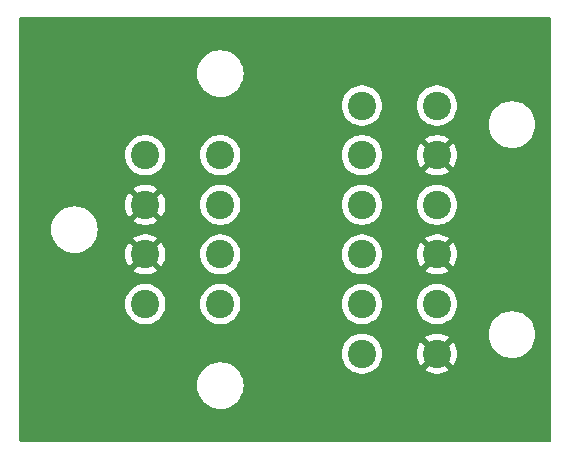
<source format=gbl>
G04 #@! TF.GenerationSoftware,KiCad,Pcbnew,7.0.8*
G04 #@! TF.CreationDate,2023-12-02T16:30:47-07:00*
G04 #@! TF.ProjectId,cansplitter,63616e73-706c-4697-9474-65722e6b6963,rev?*
G04 #@! TF.SameCoordinates,Original*
G04 #@! TF.FileFunction,Copper,L2,Bot*
G04 #@! TF.FilePolarity,Positive*
%FSLAX46Y46*%
G04 Gerber Fmt 4.6, Leading zero omitted, Abs format (unit mm)*
G04 Created by KiCad (PCBNEW 7.0.8) date 2023-12-02 16:30:47*
%MOMM*%
%LPD*%
G01*
G04 APERTURE LIST*
G04 #@! TA.AperFunction,ComponentPad*
%ADD10C,2.400000*%
G04 #@! TD*
G04 #@! TA.AperFunction,ViaPad*
%ADD11C,1.000000*%
G04 #@! TD*
G04 APERTURE END LIST*
D10*
X142000000Y-86300000D03*
X142000000Y-82100000D03*
X142000000Y-77900000D03*
X142000000Y-73700000D03*
X135650000Y-73700000D03*
X135650000Y-77900000D03*
X135650000Y-82100000D03*
X135650000Y-86300000D03*
X154000000Y-69500000D03*
X154000000Y-73700000D03*
X154000000Y-77900000D03*
X154000000Y-82100000D03*
X154000000Y-86300000D03*
X154000000Y-90500000D03*
X160350000Y-90500000D03*
X160350000Y-86300000D03*
X160350000Y-82100000D03*
X160350000Y-77900000D03*
X160350000Y-73700000D03*
X160350000Y-69500000D03*
D11*
X150600000Y-95700000D03*
G04 #@! TA.AperFunction,Conductor*
G36*
X169942539Y-62020185D02*
G01*
X169988294Y-62072989D01*
X169999500Y-62124500D01*
X169999500Y-97875500D01*
X169979815Y-97942539D01*
X169927011Y-97988294D01*
X169875500Y-97999500D01*
X125124500Y-97999500D01*
X125057461Y-97979815D01*
X125011706Y-97927011D01*
X125000500Y-97875500D01*
X125000500Y-93210001D01*
X140029479Y-93210001D01*
X140049536Y-93490439D01*
X140109297Y-93765153D01*
X140109299Y-93765160D01*
X140170302Y-93928716D01*
X140207551Y-94028585D01*
X140207553Y-94028589D01*
X140342288Y-94275338D01*
X140342293Y-94275346D01*
X140510773Y-94500409D01*
X140510789Y-94500427D01*
X140709572Y-94699210D01*
X140709590Y-94699226D01*
X140934653Y-94867706D01*
X140934661Y-94867711D01*
X141181410Y-95002446D01*
X141181414Y-95002448D01*
X141181416Y-95002449D01*
X141444840Y-95100701D01*
X141582203Y-95130582D01*
X141719560Y-95160463D01*
X141719562Y-95160463D01*
X141719566Y-95160464D01*
X141929797Y-95175500D01*
X142070203Y-95175500D01*
X142280434Y-95160464D01*
X142555160Y-95100701D01*
X142818584Y-95002449D01*
X143065344Y-94867708D01*
X143290417Y-94699220D01*
X143489220Y-94500417D01*
X143657708Y-94275344D01*
X143792449Y-94028584D01*
X143890701Y-93765160D01*
X143950464Y-93490434D01*
X143970521Y-93210000D01*
X143950464Y-92929566D01*
X143890701Y-92654840D01*
X143792449Y-92391416D01*
X143657708Y-92144656D01*
X143657706Y-92144653D01*
X143489226Y-91919590D01*
X143489210Y-91919572D01*
X143290427Y-91720789D01*
X143290409Y-91720773D01*
X143065346Y-91552293D01*
X143065338Y-91552288D01*
X142818589Y-91417553D01*
X142818585Y-91417551D01*
X142718716Y-91380302D01*
X142555160Y-91319299D01*
X142555156Y-91319298D01*
X142555153Y-91319297D01*
X142280439Y-91259536D01*
X142070203Y-91244500D01*
X141929797Y-91244500D01*
X141719560Y-91259536D01*
X141444846Y-91319297D01*
X141444841Y-91319298D01*
X141444840Y-91319299D01*
X141381151Y-91343053D01*
X141181414Y-91417551D01*
X141181410Y-91417553D01*
X140934661Y-91552288D01*
X140934653Y-91552293D01*
X140709590Y-91720773D01*
X140709572Y-91720789D01*
X140510789Y-91919572D01*
X140510773Y-91919590D01*
X140342293Y-92144653D01*
X140342288Y-92144661D01*
X140207553Y-92391410D01*
X140207551Y-92391414D01*
X140109297Y-92654846D01*
X140049536Y-92929560D01*
X140029479Y-93209998D01*
X140029479Y-93210001D01*
X125000500Y-93210001D01*
X125000500Y-90500004D01*
X152294732Y-90500004D01*
X152313777Y-90754154D01*
X152336464Y-90853553D01*
X152370492Y-91002637D01*
X152463607Y-91239888D01*
X152591041Y-91460612D01*
X152749950Y-91659877D01*
X152936783Y-91833232D01*
X153147366Y-91976805D01*
X153147371Y-91976807D01*
X153147372Y-91976808D01*
X153147373Y-91976809D01*
X153269328Y-92035538D01*
X153376992Y-92087387D01*
X153376993Y-92087387D01*
X153376996Y-92087389D01*
X153620542Y-92162513D01*
X153872565Y-92200500D01*
X154127435Y-92200500D01*
X154379458Y-92162513D01*
X154623004Y-92087389D01*
X154852634Y-91976805D01*
X155063217Y-91833232D01*
X155250050Y-91659877D01*
X155408959Y-91460612D01*
X155536393Y-91239888D01*
X155629508Y-91002637D01*
X155686222Y-90754157D01*
X155705268Y-90500004D01*
X158645233Y-90500004D01*
X158664273Y-90754079D01*
X158720968Y-91002477D01*
X158720973Y-91002494D01*
X158814058Y-91239671D01*
X158814057Y-91239671D01*
X158941457Y-91460332D01*
X158983452Y-91512993D01*
X158983453Y-91512993D01*
X159787226Y-90709219D01*
X159825901Y-90802588D01*
X159922075Y-90927925D01*
X160047412Y-91024099D01*
X160140779Y-91062772D01*
X159336813Y-91866737D01*
X159497623Y-91976375D01*
X159497624Y-91976376D01*
X159727176Y-92086921D01*
X159727174Y-92086921D01*
X159970652Y-92162024D01*
X159970658Y-92162026D01*
X160222595Y-92199999D01*
X160222604Y-92200000D01*
X160477396Y-92200000D01*
X160477404Y-92199999D01*
X160729341Y-92162026D01*
X160729347Y-92162024D01*
X160972824Y-92086921D01*
X161202381Y-91976373D01*
X161363185Y-91866737D01*
X160559220Y-91062772D01*
X160652588Y-91024099D01*
X160777925Y-90927925D01*
X160874099Y-90802589D01*
X160912773Y-90709220D01*
X161716545Y-91512993D01*
X161758545Y-91460327D01*
X161885941Y-91239671D01*
X161979026Y-91002494D01*
X161979031Y-91002477D01*
X162035726Y-90754079D01*
X162054767Y-90500004D01*
X162054767Y-90499995D01*
X162035726Y-90245920D01*
X161979031Y-89997522D01*
X161979026Y-89997505D01*
X161885941Y-89760328D01*
X161885942Y-89760328D01*
X161758544Y-89539671D01*
X161716546Y-89487006D01*
X160912772Y-90290779D01*
X160874099Y-90197412D01*
X160777925Y-90072075D01*
X160652588Y-89975901D01*
X160559220Y-89937227D01*
X161363185Y-89133261D01*
X161202377Y-89023624D01*
X161202376Y-89023623D01*
X160972823Y-88913078D01*
X160972825Y-88913078D01*
X160898011Y-88890001D01*
X164729479Y-88890001D01*
X164749536Y-89170439D01*
X164809297Y-89445153D01*
X164809299Y-89445160D01*
X164844550Y-89539671D01*
X164907551Y-89708585D01*
X164907553Y-89708589D01*
X165042288Y-89955338D01*
X165042293Y-89955346D01*
X165210773Y-90180409D01*
X165210789Y-90180427D01*
X165409572Y-90379210D01*
X165409590Y-90379226D01*
X165634653Y-90547706D01*
X165634661Y-90547711D01*
X165881410Y-90682446D01*
X165881414Y-90682448D01*
X165881416Y-90682449D01*
X166144840Y-90780701D01*
X166282203Y-90810582D01*
X166419560Y-90840463D01*
X166419562Y-90840463D01*
X166419566Y-90840464D01*
X166629797Y-90855500D01*
X166770203Y-90855500D01*
X166980434Y-90840464D01*
X167255160Y-90780701D01*
X167518584Y-90682449D01*
X167765344Y-90547708D01*
X167990417Y-90379220D01*
X168189220Y-90180417D01*
X168357708Y-89955344D01*
X168492449Y-89708584D01*
X168590701Y-89445160D01*
X168650464Y-89170434D01*
X168670521Y-88890000D01*
X168650464Y-88609566D01*
X168590701Y-88334840D01*
X168492449Y-88071416D01*
X168453725Y-88000499D01*
X168357711Y-87824661D01*
X168357706Y-87824653D01*
X168189226Y-87599590D01*
X168189210Y-87599572D01*
X167990427Y-87400789D01*
X167990409Y-87400773D01*
X167765346Y-87232293D01*
X167765338Y-87232288D01*
X167518589Y-87097553D01*
X167518585Y-87097551D01*
X167418716Y-87060302D01*
X167255160Y-86999299D01*
X167255156Y-86999298D01*
X167255153Y-86999297D01*
X166980439Y-86939536D01*
X166770203Y-86924500D01*
X166629797Y-86924500D01*
X166419560Y-86939536D01*
X166144846Y-86999297D01*
X166144841Y-86999298D01*
X166144840Y-86999299D01*
X166081151Y-87023053D01*
X165881414Y-87097551D01*
X165881410Y-87097553D01*
X165634661Y-87232288D01*
X165634653Y-87232293D01*
X165409590Y-87400773D01*
X165409572Y-87400789D01*
X165210789Y-87599572D01*
X165210773Y-87599590D01*
X165042293Y-87824653D01*
X165042288Y-87824661D01*
X164907553Y-88071410D01*
X164907551Y-88071414D01*
X164809297Y-88334846D01*
X164749536Y-88609560D01*
X164729479Y-88889998D01*
X164729479Y-88890001D01*
X160898011Y-88890001D01*
X160729347Y-88837975D01*
X160729341Y-88837973D01*
X160477404Y-88800000D01*
X160222595Y-88800000D01*
X159970658Y-88837973D01*
X159970652Y-88837975D01*
X159727175Y-88913078D01*
X159497624Y-89023623D01*
X159497616Y-89023628D01*
X159336813Y-89133261D01*
X160140779Y-89937227D01*
X160047412Y-89975901D01*
X159922075Y-90072075D01*
X159825901Y-90197411D01*
X159787227Y-90290779D01*
X158983453Y-89487006D01*
X158941455Y-89539670D01*
X158814058Y-89760328D01*
X158720973Y-89997505D01*
X158720968Y-89997522D01*
X158664273Y-90245920D01*
X158645233Y-90499995D01*
X158645233Y-90500004D01*
X155705268Y-90500004D01*
X155705268Y-90500000D01*
X155696217Y-90379226D01*
X155686222Y-90245845D01*
X155675167Y-90197412D01*
X155629508Y-89997363D01*
X155536393Y-89760112D01*
X155408959Y-89539388D01*
X155250050Y-89340123D01*
X155063217Y-89166768D01*
X154852634Y-89023195D01*
X154852630Y-89023193D01*
X154852627Y-89023191D01*
X154852626Y-89023190D01*
X154623006Y-88912612D01*
X154623008Y-88912612D01*
X154379466Y-88837489D01*
X154379462Y-88837488D01*
X154379458Y-88837487D01*
X154258231Y-88819214D01*
X154127440Y-88799500D01*
X154127435Y-88799500D01*
X153872565Y-88799500D01*
X153872559Y-88799500D01*
X153715609Y-88823157D01*
X153620542Y-88837487D01*
X153620539Y-88837488D01*
X153620533Y-88837489D01*
X153376992Y-88912612D01*
X153147373Y-89023190D01*
X153147372Y-89023191D01*
X152936782Y-89166768D01*
X152749952Y-89340121D01*
X152749950Y-89340123D01*
X152591041Y-89539388D01*
X152463608Y-89760109D01*
X152370492Y-89997362D01*
X152370490Y-89997369D01*
X152313777Y-90245845D01*
X152294732Y-90499995D01*
X152294732Y-90500004D01*
X125000500Y-90500004D01*
X125000500Y-86300004D01*
X133944732Y-86300004D01*
X133963777Y-86554154D01*
X133963778Y-86554157D01*
X134020492Y-86802637D01*
X134113607Y-87039888D01*
X134241041Y-87260612D01*
X134399950Y-87459877D01*
X134586783Y-87633232D01*
X134797366Y-87776805D01*
X134797371Y-87776807D01*
X134797372Y-87776808D01*
X134797373Y-87776809D01*
X134896740Y-87824661D01*
X135026992Y-87887387D01*
X135026993Y-87887387D01*
X135026996Y-87887389D01*
X135270542Y-87962513D01*
X135522565Y-88000500D01*
X135777435Y-88000500D01*
X136029458Y-87962513D01*
X136273004Y-87887389D01*
X136502634Y-87776805D01*
X136713217Y-87633232D01*
X136900050Y-87459877D01*
X137058959Y-87260612D01*
X137186393Y-87039888D01*
X137279508Y-86802637D01*
X137336222Y-86554157D01*
X137355268Y-86300004D01*
X140294732Y-86300004D01*
X140313777Y-86554154D01*
X140313778Y-86554157D01*
X140370492Y-86802637D01*
X140463607Y-87039888D01*
X140591041Y-87260612D01*
X140749950Y-87459877D01*
X140936783Y-87633232D01*
X141147366Y-87776805D01*
X141147371Y-87776807D01*
X141147372Y-87776808D01*
X141147373Y-87776809D01*
X141246740Y-87824661D01*
X141376992Y-87887387D01*
X141376993Y-87887387D01*
X141376996Y-87887389D01*
X141620542Y-87962513D01*
X141872565Y-88000500D01*
X142127435Y-88000500D01*
X142379458Y-87962513D01*
X142623004Y-87887389D01*
X142852634Y-87776805D01*
X143063217Y-87633232D01*
X143250050Y-87459877D01*
X143408959Y-87260612D01*
X143536393Y-87039888D01*
X143629508Y-86802637D01*
X143686222Y-86554157D01*
X143705268Y-86300004D01*
X152294732Y-86300004D01*
X152313777Y-86554154D01*
X152313778Y-86554157D01*
X152370492Y-86802637D01*
X152463607Y-87039888D01*
X152591041Y-87260612D01*
X152749950Y-87459877D01*
X152936783Y-87633232D01*
X153147366Y-87776805D01*
X153147371Y-87776807D01*
X153147372Y-87776808D01*
X153147373Y-87776809D01*
X153246740Y-87824661D01*
X153376992Y-87887387D01*
X153376993Y-87887387D01*
X153376996Y-87887389D01*
X153620542Y-87962513D01*
X153872565Y-88000500D01*
X154127435Y-88000500D01*
X154379458Y-87962513D01*
X154623004Y-87887389D01*
X154852634Y-87776805D01*
X155063217Y-87633232D01*
X155250050Y-87459877D01*
X155408959Y-87260612D01*
X155536393Y-87039888D01*
X155629508Y-86802637D01*
X155686222Y-86554157D01*
X155705268Y-86300004D01*
X158644732Y-86300004D01*
X158663777Y-86554154D01*
X158663778Y-86554157D01*
X158720492Y-86802637D01*
X158813607Y-87039888D01*
X158941041Y-87260612D01*
X159099950Y-87459877D01*
X159286783Y-87633232D01*
X159497366Y-87776805D01*
X159497371Y-87776807D01*
X159497372Y-87776808D01*
X159497373Y-87776809D01*
X159596740Y-87824661D01*
X159726992Y-87887387D01*
X159726993Y-87887387D01*
X159726996Y-87887389D01*
X159970542Y-87962513D01*
X160222565Y-88000500D01*
X160477435Y-88000500D01*
X160729458Y-87962513D01*
X160973004Y-87887389D01*
X161202634Y-87776805D01*
X161413217Y-87633232D01*
X161600050Y-87459877D01*
X161758959Y-87260612D01*
X161886393Y-87039888D01*
X161979508Y-86802637D01*
X162036222Y-86554157D01*
X162055268Y-86300000D01*
X162036222Y-86045843D01*
X161979508Y-85797363D01*
X161886393Y-85560112D01*
X161758959Y-85339388D01*
X161600050Y-85140123D01*
X161413217Y-84966768D01*
X161202634Y-84823195D01*
X161202630Y-84823193D01*
X161202627Y-84823191D01*
X161202626Y-84823190D01*
X160973006Y-84712612D01*
X160973008Y-84712612D01*
X160729466Y-84637489D01*
X160729462Y-84637488D01*
X160729458Y-84637487D01*
X160608231Y-84619214D01*
X160477440Y-84599500D01*
X160477435Y-84599500D01*
X160222565Y-84599500D01*
X160222559Y-84599500D01*
X160065609Y-84623157D01*
X159970542Y-84637487D01*
X159970539Y-84637488D01*
X159970533Y-84637489D01*
X159726992Y-84712612D01*
X159497373Y-84823190D01*
X159497372Y-84823191D01*
X159286782Y-84966768D01*
X159099952Y-85140121D01*
X159099950Y-85140123D01*
X158941041Y-85339388D01*
X158813608Y-85560109D01*
X158720492Y-85797362D01*
X158720490Y-85797369D01*
X158663777Y-86045845D01*
X158644732Y-86299995D01*
X158644732Y-86300004D01*
X155705268Y-86300004D01*
X155705268Y-86300000D01*
X155686222Y-86045843D01*
X155629508Y-85797363D01*
X155536393Y-85560112D01*
X155408959Y-85339388D01*
X155250050Y-85140123D01*
X155063217Y-84966768D01*
X154852634Y-84823195D01*
X154852630Y-84823193D01*
X154852627Y-84823191D01*
X154852626Y-84823190D01*
X154623006Y-84712612D01*
X154623008Y-84712612D01*
X154379466Y-84637489D01*
X154379462Y-84637488D01*
X154379458Y-84637487D01*
X154258231Y-84619214D01*
X154127440Y-84599500D01*
X154127435Y-84599500D01*
X153872565Y-84599500D01*
X153872559Y-84599500D01*
X153715609Y-84623157D01*
X153620542Y-84637487D01*
X153620539Y-84637488D01*
X153620533Y-84637489D01*
X153376992Y-84712612D01*
X153147373Y-84823190D01*
X153147372Y-84823191D01*
X152936782Y-84966768D01*
X152749952Y-85140121D01*
X152749950Y-85140123D01*
X152591041Y-85339388D01*
X152463608Y-85560109D01*
X152370492Y-85797362D01*
X152370490Y-85797369D01*
X152313777Y-86045845D01*
X152294732Y-86299995D01*
X152294732Y-86300004D01*
X143705268Y-86300004D01*
X143705268Y-86300000D01*
X143686222Y-86045843D01*
X143629508Y-85797363D01*
X143536393Y-85560112D01*
X143408959Y-85339388D01*
X143250050Y-85140123D01*
X143063217Y-84966768D01*
X142852634Y-84823195D01*
X142852630Y-84823193D01*
X142852627Y-84823191D01*
X142852626Y-84823190D01*
X142623006Y-84712612D01*
X142623008Y-84712612D01*
X142379466Y-84637489D01*
X142379462Y-84637488D01*
X142379458Y-84637487D01*
X142258231Y-84619214D01*
X142127440Y-84599500D01*
X142127435Y-84599500D01*
X141872565Y-84599500D01*
X141872559Y-84599500D01*
X141715609Y-84623157D01*
X141620542Y-84637487D01*
X141620539Y-84637488D01*
X141620533Y-84637489D01*
X141376992Y-84712612D01*
X141147373Y-84823190D01*
X141147372Y-84823191D01*
X140936782Y-84966768D01*
X140749952Y-85140121D01*
X140749950Y-85140123D01*
X140591041Y-85339388D01*
X140463608Y-85560109D01*
X140370492Y-85797362D01*
X140370490Y-85797369D01*
X140313777Y-86045845D01*
X140294732Y-86299995D01*
X140294732Y-86300004D01*
X137355268Y-86300004D01*
X137355268Y-86300000D01*
X137336222Y-86045843D01*
X137279508Y-85797363D01*
X137186393Y-85560112D01*
X137058959Y-85339388D01*
X136900050Y-85140123D01*
X136713217Y-84966768D01*
X136502634Y-84823195D01*
X136502630Y-84823193D01*
X136502627Y-84823191D01*
X136502626Y-84823190D01*
X136273006Y-84712612D01*
X136273008Y-84712612D01*
X136029466Y-84637489D01*
X136029462Y-84637488D01*
X136029458Y-84637487D01*
X135908231Y-84619214D01*
X135777440Y-84599500D01*
X135777435Y-84599500D01*
X135522565Y-84599500D01*
X135522559Y-84599500D01*
X135365609Y-84623157D01*
X135270542Y-84637487D01*
X135270539Y-84637488D01*
X135270533Y-84637489D01*
X135026992Y-84712612D01*
X134797373Y-84823190D01*
X134797372Y-84823191D01*
X134586782Y-84966768D01*
X134399952Y-85140121D01*
X134399950Y-85140123D01*
X134241041Y-85339388D01*
X134113608Y-85560109D01*
X134020492Y-85797362D01*
X134020490Y-85797369D01*
X133963777Y-86045845D01*
X133944732Y-86299995D01*
X133944732Y-86300004D01*
X125000500Y-86300004D01*
X125000500Y-82100004D01*
X133945233Y-82100004D01*
X133964273Y-82354079D01*
X134020968Y-82602477D01*
X134020973Y-82602494D01*
X134114058Y-82839671D01*
X134114057Y-82839671D01*
X134241457Y-83060332D01*
X134283452Y-83112993D01*
X134283453Y-83112993D01*
X135087226Y-82309219D01*
X135125901Y-82402588D01*
X135222075Y-82527925D01*
X135347412Y-82624099D01*
X135440779Y-82662772D01*
X134636813Y-83466737D01*
X134797623Y-83576375D01*
X134797624Y-83576376D01*
X135027176Y-83686921D01*
X135027174Y-83686921D01*
X135270652Y-83762024D01*
X135270658Y-83762026D01*
X135522595Y-83799999D01*
X135522604Y-83800000D01*
X135777396Y-83800000D01*
X135777404Y-83799999D01*
X136029341Y-83762026D01*
X136029347Y-83762024D01*
X136272824Y-83686921D01*
X136502381Y-83576373D01*
X136663185Y-83466737D01*
X135859220Y-82662772D01*
X135952588Y-82624099D01*
X136077925Y-82527925D01*
X136174099Y-82402589D01*
X136212773Y-82309220D01*
X137016545Y-83112993D01*
X137058545Y-83060327D01*
X137185941Y-82839671D01*
X137279026Y-82602494D01*
X137279031Y-82602477D01*
X137335726Y-82354079D01*
X137354767Y-82100004D01*
X140294732Y-82100004D01*
X140313777Y-82354154D01*
X140336464Y-82453553D01*
X140370492Y-82602637D01*
X140463607Y-82839888D01*
X140591041Y-83060612D01*
X140749950Y-83259877D01*
X140936783Y-83433232D01*
X141147366Y-83576805D01*
X141147371Y-83576807D01*
X141147372Y-83576808D01*
X141147373Y-83576809D01*
X141269328Y-83635538D01*
X141376992Y-83687387D01*
X141376993Y-83687387D01*
X141376996Y-83687389D01*
X141620542Y-83762513D01*
X141872565Y-83800500D01*
X142127435Y-83800500D01*
X142379458Y-83762513D01*
X142623004Y-83687389D01*
X142852634Y-83576805D01*
X143063217Y-83433232D01*
X143250050Y-83259877D01*
X143408959Y-83060612D01*
X143536393Y-82839888D01*
X143629508Y-82602637D01*
X143686222Y-82354157D01*
X143705268Y-82100004D01*
X152294732Y-82100004D01*
X152313777Y-82354154D01*
X152336464Y-82453553D01*
X152370492Y-82602637D01*
X152463607Y-82839888D01*
X152591041Y-83060612D01*
X152749950Y-83259877D01*
X152936783Y-83433232D01*
X153147366Y-83576805D01*
X153147371Y-83576807D01*
X153147372Y-83576808D01*
X153147373Y-83576809D01*
X153269328Y-83635538D01*
X153376992Y-83687387D01*
X153376993Y-83687387D01*
X153376996Y-83687389D01*
X153620542Y-83762513D01*
X153872565Y-83800500D01*
X154127435Y-83800500D01*
X154379458Y-83762513D01*
X154623004Y-83687389D01*
X154852634Y-83576805D01*
X155063217Y-83433232D01*
X155250050Y-83259877D01*
X155408959Y-83060612D01*
X155536393Y-82839888D01*
X155629508Y-82602637D01*
X155686222Y-82354157D01*
X155705268Y-82100004D01*
X158645233Y-82100004D01*
X158664273Y-82354079D01*
X158720968Y-82602477D01*
X158720973Y-82602494D01*
X158814058Y-82839671D01*
X158814057Y-82839671D01*
X158941457Y-83060332D01*
X158983452Y-83112993D01*
X158983453Y-83112993D01*
X159787226Y-82309219D01*
X159825901Y-82402588D01*
X159922075Y-82527925D01*
X160047412Y-82624099D01*
X160140779Y-82662772D01*
X159336813Y-83466737D01*
X159497623Y-83576375D01*
X159497624Y-83576376D01*
X159727176Y-83686921D01*
X159727174Y-83686921D01*
X159970652Y-83762024D01*
X159970658Y-83762026D01*
X160222595Y-83799999D01*
X160222604Y-83800000D01*
X160477396Y-83800000D01*
X160477404Y-83799999D01*
X160729341Y-83762026D01*
X160729347Y-83762024D01*
X160972824Y-83686921D01*
X161202381Y-83576373D01*
X161363185Y-83466737D01*
X160559220Y-82662772D01*
X160652588Y-82624099D01*
X160777925Y-82527925D01*
X160874099Y-82402589D01*
X160912773Y-82309220D01*
X161716545Y-83112993D01*
X161758545Y-83060327D01*
X161885941Y-82839671D01*
X161979026Y-82602494D01*
X161979031Y-82602477D01*
X162035726Y-82354079D01*
X162054767Y-82100004D01*
X162054767Y-82099995D01*
X162035726Y-81845920D01*
X161979031Y-81597522D01*
X161979026Y-81597505D01*
X161885941Y-81360328D01*
X161885942Y-81360328D01*
X161758544Y-81139671D01*
X161716546Y-81087006D01*
X160912772Y-81890779D01*
X160874099Y-81797412D01*
X160777925Y-81672075D01*
X160652588Y-81575901D01*
X160559220Y-81537227D01*
X161363185Y-80733261D01*
X161202377Y-80623624D01*
X161202376Y-80623623D01*
X160972823Y-80513078D01*
X160972825Y-80513078D01*
X160729347Y-80437975D01*
X160729341Y-80437973D01*
X160477404Y-80400000D01*
X160222595Y-80400000D01*
X159970658Y-80437973D01*
X159970652Y-80437975D01*
X159727175Y-80513078D01*
X159497624Y-80623623D01*
X159497616Y-80623628D01*
X159336813Y-80733261D01*
X160140779Y-81537227D01*
X160047412Y-81575901D01*
X159922075Y-81672075D01*
X159825901Y-81797411D01*
X159787227Y-81890779D01*
X158983453Y-81087006D01*
X158941455Y-81139670D01*
X158814058Y-81360328D01*
X158720973Y-81597505D01*
X158720968Y-81597522D01*
X158664273Y-81845920D01*
X158645233Y-82099995D01*
X158645233Y-82100004D01*
X155705268Y-82100004D01*
X155705268Y-82100000D01*
X155686222Y-81845843D01*
X155629508Y-81597363D01*
X155536393Y-81360112D01*
X155408959Y-81139388D01*
X155250050Y-80940123D01*
X155063217Y-80766768D01*
X154852634Y-80623195D01*
X154852630Y-80623193D01*
X154852627Y-80623191D01*
X154852626Y-80623190D01*
X154623006Y-80512612D01*
X154623008Y-80512612D01*
X154379466Y-80437489D01*
X154379462Y-80437488D01*
X154379458Y-80437487D01*
X154258231Y-80419214D01*
X154127440Y-80399500D01*
X154127435Y-80399500D01*
X153872565Y-80399500D01*
X153872559Y-80399500D01*
X153715609Y-80423157D01*
X153620542Y-80437487D01*
X153620539Y-80437488D01*
X153620533Y-80437489D01*
X153376992Y-80512612D01*
X153147373Y-80623190D01*
X153147372Y-80623191D01*
X152936782Y-80766768D01*
X152749952Y-80940121D01*
X152749950Y-80940123D01*
X152591041Y-81139388D01*
X152463608Y-81360109D01*
X152370492Y-81597362D01*
X152370490Y-81597369D01*
X152313777Y-81845845D01*
X152294732Y-82099995D01*
X152294732Y-82100004D01*
X143705268Y-82100004D01*
X143705268Y-82100000D01*
X143686222Y-81845843D01*
X143629508Y-81597363D01*
X143536393Y-81360112D01*
X143408959Y-81139388D01*
X143250050Y-80940123D01*
X143063217Y-80766768D01*
X142852634Y-80623195D01*
X142852630Y-80623193D01*
X142852627Y-80623191D01*
X142852626Y-80623190D01*
X142623006Y-80512612D01*
X142623008Y-80512612D01*
X142379466Y-80437489D01*
X142379462Y-80437488D01*
X142379458Y-80437487D01*
X142258231Y-80419214D01*
X142127440Y-80399500D01*
X142127435Y-80399500D01*
X141872565Y-80399500D01*
X141872559Y-80399500D01*
X141715609Y-80423157D01*
X141620542Y-80437487D01*
X141620539Y-80437488D01*
X141620533Y-80437489D01*
X141376992Y-80512612D01*
X141147373Y-80623190D01*
X141147372Y-80623191D01*
X140936782Y-80766768D01*
X140749952Y-80940121D01*
X140749950Y-80940123D01*
X140591041Y-81139388D01*
X140463608Y-81360109D01*
X140370492Y-81597362D01*
X140370490Y-81597369D01*
X140313777Y-81845845D01*
X140294732Y-82099995D01*
X140294732Y-82100004D01*
X137354767Y-82100004D01*
X137354767Y-82099995D01*
X137335726Y-81845920D01*
X137279031Y-81597522D01*
X137279026Y-81597505D01*
X137185941Y-81360328D01*
X137185942Y-81360328D01*
X137058544Y-81139671D01*
X137016546Y-81087006D01*
X136212772Y-81890779D01*
X136174099Y-81797412D01*
X136077925Y-81672075D01*
X135952588Y-81575901D01*
X135859220Y-81537227D01*
X136663185Y-80733261D01*
X136502377Y-80623624D01*
X136502376Y-80623623D01*
X136272823Y-80513078D01*
X136272825Y-80513078D01*
X136029347Y-80437975D01*
X136029341Y-80437973D01*
X135777404Y-80400000D01*
X135522595Y-80400000D01*
X135270658Y-80437973D01*
X135270652Y-80437975D01*
X135027175Y-80513078D01*
X134797624Y-80623623D01*
X134797616Y-80623628D01*
X134636813Y-80733261D01*
X135440779Y-81537227D01*
X135347412Y-81575901D01*
X135222075Y-81672075D01*
X135125901Y-81797411D01*
X135087226Y-81890779D01*
X134283453Y-81087006D01*
X134241455Y-81139670D01*
X134114058Y-81360328D01*
X134020973Y-81597505D01*
X134020968Y-81597522D01*
X133964273Y-81845920D01*
X133945233Y-82099995D01*
X133945233Y-82100004D01*
X125000500Y-82100004D01*
X125000500Y-80000001D01*
X127679479Y-80000001D01*
X127699536Y-80280439D01*
X127759297Y-80555153D01*
X127759299Y-80555160D01*
X127820302Y-80718716D01*
X127857551Y-80818585D01*
X127857553Y-80818589D01*
X127992288Y-81065338D01*
X127992293Y-81065346D01*
X128160773Y-81290409D01*
X128160789Y-81290427D01*
X128359572Y-81489210D01*
X128359590Y-81489226D01*
X128584653Y-81657706D01*
X128584661Y-81657711D01*
X128831410Y-81792446D01*
X128831414Y-81792448D01*
X128831416Y-81792449D01*
X129094840Y-81890701D01*
X129232203Y-81920582D01*
X129369560Y-81950463D01*
X129369562Y-81950463D01*
X129369566Y-81950464D01*
X129579797Y-81965500D01*
X129720203Y-81965500D01*
X129930434Y-81950464D01*
X130205160Y-81890701D01*
X130468584Y-81792449D01*
X130715344Y-81657708D01*
X130940417Y-81489220D01*
X131139220Y-81290417D01*
X131307708Y-81065344D01*
X131442449Y-80818584D01*
X131540701Y-80555160D01*
X131600464Y-80280434D01*
X131620521Y-80000000D01*
X131600464Y-79719566D01*
X131540701Y-79444840D01*
X131442449Y-79181416D01*
X131376084Y-79059878D01*
X131307711Y-78934661D01*
X131307706Y-78934653D01*
X131139226Y-78709590D01*
X131139210Y-78709572D01*
X130940427Y-78510789D01*
X130940409Y-78510773D01*
X130715346Y-78342293D01*
X130715338Y-78342288D01*
X130468589Y-78207553D01*
X130468585Y-78207551D01*
X130325421Y-78154154D01*
X130205160Y-78109299D01*
X130205156Y-78109298D01*
X130205153Y-78109297D01*
X129930439Y-78049536D01*
X129720203Y-78034500D01*
X129579797Y-78034500D01*
X129369560Y-78049536D01*
X129094846Y-78109297D01*
X129094841Y-78109298D01*
X129094840Y-78109299D01*
X129031151Y-78133053D01*
X128831414Y-78207551D01*
X128831410Y-78207553D01*
X128584661Y-78342288D01*
X128584653Y-78342293D01*
X128359590Y-78510773D01*
X128359572Y-78510789D01*
X128160789Y-78709572D01*
X128160773Y-78709590D01*
X127992293Y-78934653D01*
X127992288Y-78934661D01*
X127857553Y-79181410D01*
X127857551Y-79181414D01*
X127759297Y-79444846D01*
X127699536Y-79719560D01*
X127679479Y-79999998D01*
X127679479Y-80000001D01*
X125000500Y-80000001D01*
X125000500Y-77900004D01*
X133945233Y-77900004D01*
X133964273Y-78154079D01*
X134020968Y-78402477D01*
X134020973Y-78402494D01*
X134114058Y-78639671D01*
X134114057Y-78639671D01*
X134241457Y-78860332D01*
X134283452Y-78912993D01*
X134283453Y-78912993D01*
X135087226Y-78109219D01*
X135125901Y-78202588D01*
X135222075Y-78327925D01*
X135347412Y-78424099D01*
X135440779Y-78462772D01*
X134636813Y-79266737D01*
X134797623Y-79376375D01*
X134797624Y-79376376D01*
X135027176Y-79486921D01*
X135027174Y-79486921D01*
X135270652Y-79562024D01*
X135270658Y-79562026D01*
X135522595Y-79599999D01*
X135522604Y-79600000D01*
X135777396Y-79600000D01*
X135777404Y-79599999D01*
X136029341Y-79562026D01*
X136029347Y-79562024D01*
X136272824Y-79486921D01*
X136502381Y-79376373D01*
X136663185Y-79266737D01*
X135859220Y-78462772D01*
X135952588Y-78424099D01*
X136077925Y-78327925D01*
X136174099Y-78202589D01*
X136212773Y-78109220D01*
X137016545Y-78912993D01*
X137058545Y-78860327D01*
X137185941Y-78639671D01*
X137279026Y-78402494D01*
X137279031Y-78402477D01*
X137335726Y-78154079D01*
X137354767Y-77900004D01*
X140294732Y-77900004D01*
X140313777Y-78154154D01*
X140356718Y-78342293D01*
X140370492Y-78402637D01*
X140463607Y-78639888D01*
X140591041Y-78860612D01*
X140749950Y-79059877D01*
X140936783Y-79233232D01*
X141147366Y-79376805D01*
X141147371Y-79376807D01*
X141147372Y-79376808D01*
X141147373Y-79376809D01*
X141269328Y-79435538D01*
X141376992Y-79487387D01*
X141376993Y-79487387D01*
X141376996Y-79487389D01*
X141620542Y-79562513D01*
X141872565Y-79600500D01*
X142127435Y-79600500D01*
X142379458Y-79562513D01*
X142623004Y-79487389D01*
X142852634Y-79376805D01*
X143063217Y-79233232D01*
X143250050Y-79059877D01*
X143408959Y-78860612D01*
X143536393Y-78639888D01*
X143629508Y-78402637D01*
X143686222Y-78154157D01*
X143705268Y-77900004D01*
X152294732Y-77900004D01*
X152313777Y-78154154D01*
X152356718Y-78342293D01*
X152370492Y-78402637D01*
X152463607Y-78639888D01*
X152591041Y-78860612D01*
X152749950Y-79059877D01*
X152936783Y-79233232D01*
X153147366Y-79376805D01*
X153147371Y-79376807D01*
X153147372Y-79376808D01*
X153147373Y-79376809D01*
X153269328Y-79435538D01*
X153376992Y-79487387D01*
X153376993Y-79487387D01*
X153376996Y-79487389D01*
X153620542Y-79562513D01*
X153872565Y-79600500D01*
X154127435Y-79600500D01*
X154379458Y-79562513D01*
X154623004Y-79487389D01*
X154852634Y-79376805D01*
X155063217Y-79233232D01*
X155250050Y-79059877D01*
X155408959Y-78860612D01*
X155536393Y-78639888D01*
X155629508Y-78402637D01*
X155686222Y-78154157D01*
X155705268Y-77900004D01*
X158644732Y-77900004D01*
X158663777Y-78154154D01*
X158706718Y-78342293D01*
X158720492Y-78402637D01*
X158813607Y-78639888D01*
X158941041Y-78860612D01*
X159099950Y-79059877D01*
X159286783Y-79233232D01*
X159497366Y-79376805D01*
X159497371Y-79376807D01*
X159497372Y-79376808D01*
X159497373Y-79376809D01*
X159619328Y-79435538D01*
X159726992Y-79487387D01*
X159726993Y-79487387D01*
X159726996Y-79487389D01*
X159970542Y-79562513D01*
X160222565Y-79600500D01*
X160477435Y-79600500D01*
X160729458Y-79562513D01*
X160973004Y-79487389D01*
X161202634Y-79376805D01*
X161413217Y-79233232D01*
X161600050Y-79059877D01*
X161758959Y-78860612D01*
X161886393Y-78639888D01*
X161979508Y-78402637D01*
X162036222Y-78154157D01*
X162055268Y-77900000D01*
X162036222Y-77645843D01*
X161979508Y-77397363D01*
X161886393Y-77160112D01*
X161758959Y-76939388D01*
X161600050Y-76740123D01*
X161413217Y-76566768D01*
X161202634Y-76423195D01*
X161202630Y-76423193D01*
X161202627Y-76423191D01*
X161202626Y-76423190D01*
X160973006Y-76312612D01*
X160973008Y-76312612D01*
X160729466Y-76237489D01*
X160729462Y-76237488D01*
X160729458Y-76237487D01*
X160608231Y-76219214D01*
X160477440Y-76199500D01*
X160477435Y-76199500D01*
X160222565Y-76199500D01*
X160222559Y-76199500D01*
X160065609Y-76223157D01*
X159970542Y-76237487D01*
X159970539Y-76237488D01*
X159970533Y-76237489D01*
X159726992Y-76312612D01*
X159497373Y-76423190D01*
X159497372Y-76423191D01*
X159286782Y-76566768D01*
X159099952Y-76740121D01*
X159099950Y-76740123D01*
X158941041Y-76939388D01*
X158813608Y-77160109D01*
X158720492Y-77397362D01*
X158720490Y-77397369D01*
X158663777Y-77645845D01*
X158644732Y-77899995D01*
X158644732Y-77900004D01*
X155705268Y-77900004D01*
X155705268Y-77900000D01*
X155686222Y-77645843D01*
X155629508Y-77397363D01*
X155536393Y-77160112D01*
X155408959Y-76939388D01*
X155250050Y-76740123D01*
X155063217Y-76566768D01*
X154852634Y-76423195D01*
X154852630Y-76423193D01*
X154852627Y-76423191D01*
X154852626Y-76423190D01*
X154623006Y-76312612D01*
X154623008Y-76312612D01*
X154379466Y-76237489D01*
X154379462Y-76237488D01*
X154379458Y-76237487D01*
X154258231Y-76219214D01*
X154127440Y-76199500D01*
X154127435Y-76199500D01*
X153872565Y-76199500D01*
X153872559Y-76199500D01*
X153715609Y-76223157D01*
X153620542Y-76237487D01*
X153620539Y-76237488D01*
X153620533Y-76237489D01*
X153376992Y-76312612D01*
X153147373Y-76423190D01*
X153147372Y-76423191D01*
X152936782Y-76566768D01*
X152749952Y-76740121D01*
X152749950Y-76740123D01*
X152591041Y-76939388D01*
X152463608Y-77160109D01*
X152370492Y-77397362D01*
X152370490Y-77397369D01*
X152313777Y-77645845D01*
X152294732Y-77899995D01*
X152294732Y-77900004D01*
X143705268Y-77900004D01*
X143705268Y-77900000D01*
X143686222Y-77645843D01*
X143629508Y-77397363D01*
X143536393Y-77160112D01*
X143408959Y-76939388D01*
X143250050Y-76740123D01*
X143063217Y-76566768D01*
X142852634Y-76423195D01*
X142852630Y-76423193D01*
X142852627Y-76423191D01*
X142852626Y-76423190D01*
X142623006Y-76312612D01*
X142623008Y-76312612D01*
X142379466Y-76237489D01*
X142379462Y-76237488D01*
X142379458Y-76237487D01*
X142258231Y-76219214D01*
X142127440Y-76199500D01*
X142127435Y-76199500D01*
X141872565Y-76199500D01*
X141872559Y-76199500D01*
X141715609Y-76223157D01*
X141620542Y-76237487D01*
X141620539Y-76237488D01*
X141620533Y-76237489D01*
X141376992Y-76312612D01*
X141147373Y-76423190D01*
X141147372Y-76423191D01*
X140936782Y-76566768D01*
X140749952Y-76740121D01*
X140749950Y-76740123D01*
X140591041Y-76939388D01*
X140463608Y-77160109D01*
X140370492Y-77397362D01*
X140370490Y-77397369D01*
X140313777Y-77645845D01*
X140294732Y-77899995D01*
X140294732Y-77900004D01*
X137354767Y-77900004D01*
X137354767Y-77899995D01*
X137335726Y-77645920D01*
X137279031Y-77397522D01*
X137279026Y-77397505D01*
X137185941Y-77160328D01*
X137185942Y-77160328D01*
X137058544Y-76939671D01*
X137016546Y-76887006D01*
X136212772Y-77690779D01*
X136174099Y-77597412D01*
X136077925Y-77472075D01*
X135952588Y-77375901D01*
X135859220Y-77337227D01*
X136663185Y-76533261D01*
X136502377Y-76423624D01*
X136502376Y-76423623D01*
X136272823Y-76313078D01*
X136272825Y-76313078D01*
X136029347Y-76237975D01*
X136029341Y-76237973D01*
X135777404Y-76200000D01*
X135522595Y-76200000D01*
X135270658Y-76237973D01*
X135270652Y-76237975D01*
X135027175Y-76313078D01*
X134797624Y-76423623D01*
X134797616Y-76423628D01*
X134636813Y-76533261D01*
X135440779Y-77337227D01*
X135347412Y-77375901D01*
X135222075Y-77472075D01*
X135125901Y-77597411D01*
X135087226Y-77690779D01*
X134283453Y-76887006D01*
X134241455Y-76939670D01*
X134114058Y-77160328D01*
X134020973Y-77397505D01*
X134020968Y-77397522D01*
X133964273Y-77645920D01*
X133945233Y-77899995D01*
X133945233Y-77900004D01*
X125000500Y-77900004D01*
X125000500Y-73700004D01*
X133944732Y-73700004D01*
X133963777Y-73954154D01*
X133986464Y-74053553D01*
X134020492Y-74202637D01*
X134113607Y-74439888D01*
X134241041Y-74660612D01*
X134399950Y-74859877D01*
X134586783Y-75033232D01*
X134797366Y-75176805D01*
X134797371Y-75176807D01*
X134797372Y-75176808D01*
X134797373Y-75176809D01*
X134919328Y-75235538D01*
X135026992Y-75287387D01*
X135026993Y-75287387D01*
X135026996Y-75287389D01*
X135270542Y-75362513D01*
X135522565Y-75400500D01*
X135777435Y-75400500D01*
X136029458Y-75362513D01*
X136273004Y-75287389D01*
X136502634Y-75176805D01*
X136713217Y-75033232D01*
X136900050Y-74859877D01*
X137058959Y-74660612D01*
X137186393Y-74439888D01*
X137279508Y-74202637D01*
X137336222Y-73954157D01*
X137355268Y-73700004D01*
X140294732Y-73700004D01*
X140313777Y-73954154D01*
X140336464Y-74053553D01*
X140370492Y-74202637D01*
X140463607Y-74439888D01*
X140591041Y-74660612D01*
X140749950Y-74859877D01*
X140936783Y-75033232D01*
X141147366Y-75176805D01*
X141147371Y-75176807D01*
X141147372Y-75176808D01*
X141147373Y-75176809D01*
X141269328Y-75235538D01*
X141376992Y-75287387D01*
X141376993Y-75287387D01*
X141376996Y-75287389D01*
X141620542Y-75362513D01*
X141872565Y-75400500D01*
X142127435Y-75400500D01*
X142379458Y-75362513D01*
X142623004Y-75287389D01*
X142852634Y-75176805D01*
X143063217Y-75033232D01*
X143250050Y-74859877D01*
X143408959Y-74660612D01*
X143536393Y-74439888D01*
X143629508Y-74202637D01*
X143686222Y-73954157D01*
X143705268Y-73700004D01*
X152294732Y-73700004D01*
X152313777Y-73954154D01*
X152336464Y-74053553D01*
X152370492Y-74202637D01*
X152463607Y-74439888D01*
X152591041Y-74660612D01*
X152749950Y-74859877D01*
X152936783Y-75033232D01*
X153147366Y-75176805D01*
X153147371Y-75176807D01*
X153147372Y-75176808D01*
X153147373Y-75176809D01*
X153269328Y-75235538D01*
X153376992Y-75287387D01*
X153376993Y-75287387D01*
X153376996Y-75287389D01*
X153620542Y-75362513D01*
X153872565Y-75400500D01*
X154127435Y-75400500D01*
X154379458Y-75362513D01*
X154623004Y-75287389D01*
X154852634Y-75176805D01*
X155063217Y-75033232D01*
X155250050Y-74859877D01*
X155408959Y-74660612D01*
X155536393Y-74439888D01*
X155629508Y-74202637D01*
X155686222Y-73954157D01*
X155705268Y-73700004D01*
X158645233Y-73700004D01*
X158664273Y-73954079D01*
X158720968Y-74202477D01*
X158720973Y-74202494D01*
X158814058Y-74439671D01*
X158814057Y-74439671D01*
X158941457Y-74660332D01*
X158983452Y-74712993D01*
X158983453Y-74712993D01*
X159787226Y-73909219D01*
X159825901Y-74002588D01*
X159922075Y-74127925D01*
X160047412Y-74224099D01*
X160140779Y-74262772D01*
X159336813Y-75066737D01*
X159497623Y-75176375D01*
X159497624Y-75176376D01*
X159727176Y-75286921D01*
X159727174Y-75286921D01*
X159970652Y-75362024D01*
X159970658Y-75362026D01*
X160222595Y-75399999D01*
X160222604Y-75400000D01*
X160477396Y-75400000D01*
X160477404Y-75399999D01*
X160729341Y-75362026D01*
X160729347Y-75362024D01*
X160972824Y-75286921D01*
X161202381Y-75176373D01*
X161363185Y-75066737D01*
X160559220Y-74262772D01*
X160652588Y-74224099D01*
X160777925Y-74127925D01*
X160874099Y-74002589D01*
X160912773Y-73909220D01*
X161716545Y-74712993D01*
X161758545Y-74660327D01*
X161885941Y-74439671D01*
X161979026Y-74202494D01*
X161979031Y-74202477D01*
X162035726Y-73954079D01*
X162054767Y-73700004D01*
X162054767Y-73699995D01*
X162035726Y-73445920D01*
X161979031Y-73197522D01*
X161979026Y-73197505D01*
X161885941Y-72960328D01*
X161885942Y-72960328D01*
X161758544Y-72739671D01*
X161716546Y-72687006D01*
X160912772Y-73490779D01*
X160874099Y-73397412D01*
X160777925Y-73272075D01*
X160652588Y-73175901D01*
X160559220Y-73137227D01*
X161363185Y-72333261D01*
X161202377Y-72223624D01*
X161202376Y-72223623D01*
X160972823Y-72113078D01*
X160972825Y-72113078D01*
X160729347Y-72037975D01*
X160729341Y-72037973D01*
X160477404Y-72000000D01*
X160222595Y-72000000D01*
X159970658Y-72037973D01*
X159970652Y-72037975D01*
X159727175Y-72113078D01*
X159497624Y-72223623D01*
X159497616Y-72223628D01*
X159336813Y-72333261D01*
X160140779Y-73137227D01*
X160047412Y-73175901D01*
X159922075Y-73272075D01*
X159825901Y-73397411D01*
X159787227Y-73490779D01*
X158983453Y-72687006D01*
X158941455Y-72739670D01*
X158814058Y-72960328D01*
X158720973Y-73197505D01*
X158720968Y-73197522D01*
X158664273Y-73445920D01*
X158645233Y-73699995D01*
X158645233Y-73700004D01*
X155705268Y-73700004D01*
X155705268Y-73700000D01*
X155686222Y-73445843D01*
X155629508Y-73197363D01*
X155536393Y-72960112D01*
X155408959Y-72739388D01*
X155250050Y-72540123D01*
X155063217Y-72366768D01*
X154852634Y-72223195D01*
X154852630Y-72223193D01*
X154852627Y-72223191D01*
X154852626Y-72223190D01*
X154623006Y-72112612D01*
X154623008Y-72112612D01*
X154379466Y-72037489D01*
X154379462Y-72037488D01*
X154379458Y-72037487D01*
X154258231Y-72019214D01*
X154127440Y-71999500D01*
X154127435Y-71999500D01*
X153872565Y-71999500D01*
X153872559Y-71999500D01*
X153715609Y-72023157D01*
X153620542Y-72037487D01*
X153620539Y-72037488D01*
X153620533Y-72037489D01*
X153376992Y-72112612D01*
X153147373Y-72223190D01*
X153147372Y-72223191D01*
X152936782Y-72366768D01*
X152749952Y-72540121D01*
X152749950Y-72540123D01*
X152591041Y-72739388D01*
X152463608Y-72960109D01*
X152370492Y-73197362D01*
X152370490Y-73197369D01*
X152313777Y-73445845D01*
X152294732Y-73699995D01*
X152294732Y-73700004D01*
X143705268Y-73700004D01*
X143705268Y-73700000D01*
X143686222Y-73445843D01*
X143629508Y-73197363D01*
X143536393Y-72960112D01*
X143408959Y-72739388D01*
X143250050Y-72540123D01*
X143063217Y-72366768D01*
X142852634Y-72223195D01*
X142852630Y-72223193D01*
X142852627Y-72223191D01*
X142852626Y-72223190D01*
X142623006Y-72112612D01*
X142623008Y-72112612D01*
X142379466Y-72037489D01*
X142379462Y-72037488D01*
X142379458Y-72037487D01*
X142258231Y-72019214D01*
X142127440Y-71999500D01*
X142127435Y-71999500D01*
X141872565Y-71999500D01*
X141872559Y-71999500D01*
X141715609Y-72023157D01*
X141620542Y-72037487D01*
X141620539Y-72037488D01*
X141620533Y-72037489D01*
X141376992Y-72112612D01*
X141147373Y-72223190D01*
X141147372Y-72223191D01*
X140936782Y-72366768D01*
X140749952Y-72540121D01*
X140749950Y-72540123D01*
X140591041Y-72739388D01*
X140463608Y-72960109D01*
X140370492Y-73197362D01*
X140370490Y-73197369D01*
X140313777Y-73445845D01*
X140294732Y-73699995D01*
X140294732Y-73700004D01*
X137355268Y-73700004D01*
X137355268Y-73700000D01*
X137336222Y-73445843D01*
X137279508Y-73197363D01*
X137186393Y-72960112D01*
X137058959Y-72739388D01*
X136900050Y-72540123D01*
X136713217Y-72366768D01*
X136502634Y-72223195D01*
X136502630Y-72223193D01*
X136502627Y-72223191D01*
X136502626Y-72223190D01*
X136273006Y-72112612D01*
X136273008Y-72112612D01*
X136029466Y-72037489D01*
X136029462Y-72037488D01*
X136029458Y-72037487D01*
X135908231Y-72019214D01*
X135777440Y-71999500D01*
X135777435Y-71999500D01*
X135522565Y-71999500D01*
X135522559Y-71999500D01*
X135365609Y-72023157D01*
X135270542Y-72037487D01*
X135270539Y-72037488D01*
X135270533Y-72037489D01*
X135026992Y-72112612D01*
X134797373Y-72223190D01*
X134797372Y-72223191D01*
X134586782Y-72366768D01*
X134399952Y-72540121D01*
X134399950Y-72540123D01*
X134241041Y-72739388D01*
X134113608Y-72960109D01*
X134020492Y-73197362D01*
X134020490Y-73197369D01*
X133963777Y-73445845D01*
X133944732Y-73699995D01*
X133944732Y-73700004D01*
X125000500Y-73700004D01*
X125000500Y-69500004D01*
X152294732Y-69500004D01*
X152313777Y-69754154D01*
X152328712Y-69819590D01*
X152370492Y-70002637D01*
X152463607Y-70239888D01*
X152591041Y-70460612D01*
X152749950Y-70659877D01*
X152936783Y-70833232D01*
X153147366Y-70976805D01*
X153147371Y-70976807D01*
X153147372Y-70976808D01*
X153147373Y-70976809D01*
X153269328Y-71035538D01*
X153376992Y-71087387D01*
X153376993Y-71087387D01*
X153376996Y-71087389D01*
X153620542Y-71162513D01*
X153872565Y-71200500D01*
X154127435Y-71200500D01*
X154379458Y-71162513D01*
X154623004Y-71087389D01*
X154852634Y-70976805D01*
X155063217Y-70833232D01*
X155250050Y-70659877D01*
X155408959Y-70460612D01*
X155536393Y-70239888D01*
X155629508Y-70002637D01*
X155686222Y-69754157D01*
X155705268Y-69500004D01*
X158644732Y-69500004D01*
X158663777Y-69754154D01*
X158678712Y-69819590D01*
X158720492Y-70002637D01*
X158813607Y-70239888D01*
X158941041Y-70460612D01*
X159099950Y-70659877D01*
X159286783Y-70833232D01*
X159497366Y-70976805D01*
X159497371Y-70976807D01*
X159497372Y-70976808D01*
X159497373Y-70976809D01*
X159619328Y-71035538D01*
X159726992Y-71087387D01*
X159726993Y-71087387D01*
X159726996Y-71087389D01*
X159970542Y-71162513D01*
X160222565Y-71200500D01*
X160477435Y-71200500D01*
X160729458Y-71162513D01*
X160899698Y-71110001D01*
X164729479Y-71110001D01*
X164749536Y-71390439D01*
X164809297Y-71665153D01*
X164809299Y-71665160D01*
X164870302Y-71828716D01*
X164907551Y-71928585D01*
X164907553Y-71928589D01*
X165042288Y-72175338D01*
X165042293Y-72175346D01*
X165210773Y-72400409D01*
X165210789Y-72400427D01*
X165409572Y-72599210D01*
X165409590Y-72599226D01*
X165634653Y-72767706D01*
X165634661Y-72767711D01*
X165881410Y-72902446D01*
X165881414Y-72902448D01*
X165881416Y-72902449D01*
X166144840Y-73000701D01*
X166282203Y-73030582D01*
X166419560Y-73060463D01*
X166419562Y-73060463D01*
X166419566Y-73060464D01*
X166629797Y-73075500D01*
X166770203Y-73075500D01*
X166980434Y-73060464D01*
X167255160Y-73000701D01*
X167518584Y-72902449D01*
X167765344Y-72767708D01*
X167990417Y-72599220D01*
X168189220Y-72400417D01*
X168357708Y-72175344D01*
X168492449Y-71928584D01*
X168590701Y-71665160D01*
X168650464Y-71390434D01*
X168670521Y-71110000D01*
X168650464Y-70829566D01*
X168590701Y-70554840D01*
X168492449Y-70291416D01*
X168357708Y-70044656D01*
X168326248Y-70002630D01*
X168189226Y-69819590D01*
X168189210Y-69819572D01*
X167990427Y-69620789D01*
X167990409Y-69620773D01*
X167765346Y-69452293D01*
X167765338Y-69452288D01*
X167518589Y-69317553D01*
X167518585Y-69317551D01*
X167418716Y-69280302D01*
X167255160Y-69219299D01*
X167255156Y-69219298D01*
X167255153Y-69219297D01*
X166980439Y-69159536D01*
X166770203Y-69144500D01*
X166629797Y-69144500D01*
X166419560Y-69159536D01*
X166144846Y-69219297D01*
X166144841Y-69219298D01*
X166144840Y-69219299D01*
X166081151Y-69243053D01*
X165881414Y-69317551D01*
X165881410Y-69317553D01*
X165634661Y-69452288D01*
X165634653Y-69452293D01*
X165409590Y-69620773D01*
X165409572Y-69620789D01*
X165210789Y-69819572D01*
X165210773Y-69819590D01*
X165042293Y-70044653D01*
X165042288Y-70044661D01*
X164907553Y-70291410D01*
X164907551Y-70291414D01*
X164809297Y-70554846D01*
X164749536Y-70829560D01*
X164729479Y-71109998D01*
X164729479Y-71110001D01*
X160899698Y-71110001D01*
X160973004Y-71087389D01*
X161202634Y-70976805D01*
X161413217Y-70833232D01*
X161600050Y-70659877D01*
X161758959Y-70460612D01*
X161886393Y-70239888D01*
X161979508Y-70002637D01*
X162036222Y-69754157D01*
X162055268Y-69500000D01*
X162036222Y-69245843D01*
X161979508Y-68997363D01*
X161886393Y-68760112D01*
X161758959Y-68539388D01*
X161600050Y-68340123D01*
X161413217Y-68166768D01*
X161202634Y-68023195D01*
X161202630Y-68023193D01*
X161202627Y-68023191D01*
X161202626Y-68023190D01*
X160973006Y-67912612D01*
X160973008Y-67912612D01*
X160729466Y-67837489D01*
X160729462Y-67837488D01*
X160729458Y-67837487D01*
X160608231Y-67819214D01*
X160477440Y-67799500D01*
X160477435Y-67799500D01*
X160222565Y-67799500D01*
X160222559Y-67799500D01*
X160065609Y-67823157D01*
X159970542Y-67837487D01*
X159970539Y-67837488D01*
X159970533Y-67837489D01*
X159726992Y-67912612D01*
X159497373Y-68023190D01*
X159497372Y-68023191D01*
X159286782Y-68166768D01*
X159099952Y-68340121D01*
X159099950Y-68340123D01*
X158941041Y-68539388D01*
X158813608Y-68760109D01*
X158720492Y-68997362D01*
X158720490Y-68997369D01*
X158663777Y-69245845D01*
X158644732Y-69499995D01*
X158644732Y-69500004D01*
X155705268Y-69500004D01*
X155705268Y-69500000D01*
X155686222Y-69245843D01*
X155629508Y-68997363D01*
X155536393Y-68760112D01*
X155408959Y-68539388D01*
X155250050Y-68340123D01*
X155063217Y-68166768D01*
X154852634Y-68023195D01*
X154852630Y-68023193D01*
X154852627Y-68023191D01*
X154852626Y-68023190D01*
X154623006Y-67912612D01*
X154623008Y-67912612D01*
X154379466Y-67837489D01*
X154379462Y-67837488D01*
X154379458Y-67837487D01*
X154258231Y-67819214D01*
X154127440Y-67799500D01*
X154127435Y-67799500D01*
X153872565Y-67799500D01*
X153872559Y-67799500D01*
X153715609Y-67823157D01*
X153620542Y-67837487D01*
X153620539Y-67837488D01*
X153620533Y-67837489D01*
X153376992Y-67912612D01*
X153147373Y-68023190D01*
X153147372Y-68023191D01*
X152936782Y-68166768D01*
X152749952Y-68340121D01*
X152749950Y-68340123D01*
X152591041Y-68539388D01*
X152463608Y-68760109D01*
X152370492Y-68997362D01*
X152370490Y-68997369D01*
X152313777Y-69245845D01*
X152294732Y-69499995D01*
X152294732Y-69500004D01*
X125000500Y-69500004D01*
X125000500Y-66790001D01*
X140029479Y-66790001D01*
X140049536Y-67070439D01*
X140109297Y-67345153D01*
X140109299Y-67345160D01*
X140170302Y-67508716D01*
X140207551Y-67608585D01*
X140207553Y-67608589D01*
X140342288Y-67855338D01*
X140342293Y-67855346D01*
X140510773Y-68080409D01*
X140510789Y-68080427D01*
X140709572Y-68279210D01*
X140709590Y-68279226D01*
X140934653Y-68447706D01*
X140934661Y-68447711D01*
X141181410Y-68582446D01*
X141181414Y-68582448D01*
X141181416Y-68582449D01*
X141444840Y-68680701D01*
X141582203Y-68710582D01*
X141719560Y-68740463D01*
X141719562Y-68740463D01*
X141719566Y-68740464D01*
X141929797Y-68755500D01*
X142070203Y-68755500D01*
X142280434Y-68740464D01*
X142555160Y-68680701D01*
X142818584Y-68582449D01*
X143065344Y-68447708D01*
X143290417Y-68279220D01*
X143489220Y-68080417D01*
X143657708Y-67855344D01*
X143792449Y-67608584D01*
X143890701Y-67345160D01*
X143950464Y-67070434D01*
X143970521Y-66790000D01*
X143950464Y-66509566D01*
X143890701Y-66234840D01*
X143792449Y-65971416D01*
X143657708Y-65724656D01*
X143657706Y-65724653D01*
X143489226Y-65499590D01*
X143489210Y-65499572D01*
X143290427Y-65300789D01*
X143290409Y-65300773D01*
X143065346Y-65132293D01*
X143065338Y-65132288D01*
X142818589Y-64997553D01*
X142818585Y-64997551D01*
X142718716Y-64960302D01*
X142555160Y-64899299D01*
X142555156Y-64899298D01*
X142555153Y-64899297D01*
X142280439Y-64839536D01*
X142070203Y-64824500D01*
X141929797Y-64824500D01*
X141719560Y-64839536D01*
X141444846Y-64899297D01*
X141444841Y-64899298D01*
X141444840Y-64899299D01*
X141381151Y-64923053D01*
X141181414Y-64997551D01*
X141181410Y-64997553D01*
X140934661Y-65132288D01*
X140934653Y-65132293D01*
X140709590Y-65300773D01*
X140709572Y-65300789D01*
X140510789Y-65499572D01*
X140510773Y-65499590D01*
X140342293Y-65724653D01*
X140342288Y-65724661D01*
X140207553Y-65971410D01*
X140207551Y-65971414D01*
X140109297Y-66234846D01*
X140049536Y-66509560D01*
X140029479Y-66789998D01*
X140029479Y-66790001D01*
X125000500Y-66790001D01*
X125000500Y-62124500D01*
X125020185Y-62057461D01*
X125072989Y-62011706D01*
X125124500Y-62000500D01*
X169875500Y-62000500D01*
X169942539Y-62020185D01*
G37*
G04 #@! TD.AperFunction*
M02*

</source>
